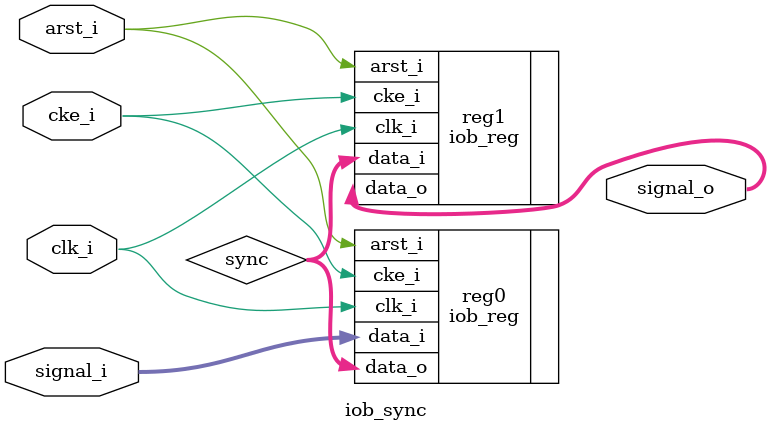
<source format=v>
`timescale 1ns / 1ps

module iob_sync
  #(
    parameter DATA_W = 21,
    parameter RST_VAL = {DATA_W{1'b0}}
    )
  (
   input               clk_i,
   input               arst_i,
   input               cke_i,
   input [DATA_W-1:0]  signal_i,
   output [DATA_W-1:0] signal_o
   );

   wire [DATA_W-1:0]   sync;

   iob_reg #(DATA_W, RST_VAL) reg0
     (
      .clk_i(clk_i),
      .arst_i(arst_i),
      .cke_i(cke_i),

      .data_i(signal_i),
      .data_o(sync)
      );

   iob_reg #(DATA_W, RST_VAL) reg1
     (
      .clk_i(clk_i),
      .arst_i(arst_i),
      .cke_i(cke_i),

      .data_i(sync),
      .data_o(signal_o)
      );

endmodule

</source>
